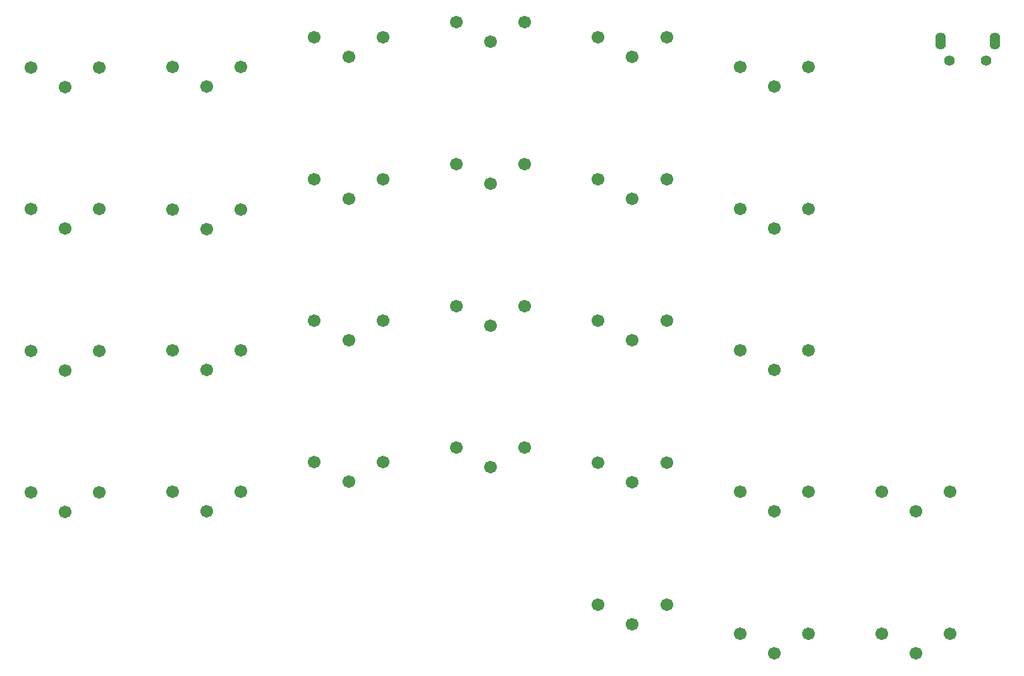
<source format=gbs>
G04 Layer: BottomSolderMaskLayer*
G04 EasyEDA v6.5.23, 2023-06-09 15:01:11*
G04 604b8d365768463b9eb07bbcea70d2b6,6219c82cfec74c238c9999bd11a2e976,10*
G04 Gerber Generator version 0.2*
G04 Scale: 100 percent, Rotated: No, Reflected: No *
G04 Dimensions in millimeters *
G04 leading zeros omitted , absolute positions ,4 integer and 5 decimal *
%FSLAX45Y45*%
%MOMM*%

%ADD10O,1.4015974000000002X2.3015956*%
%ADD11C,1.4016*%
%ADD12C,1.7016*%

%LPD*%
D10*
G01*
X12889915Y-1767916D03*
G01*
X13609904Y-1767916D03*
D11*
G01*
X13492403Y-2034920D03*
G01*
X13007416Y-2034920D03*
D12*
G01*
X1617243Y-2124532D03*
G01*
X1158239Y-2386533D03*
G01*
X699236Y-2124532D03*
G01*
X3517163Y-2119452D03*
G01*
X3058159Y-2381453D03*
G01*
X2599156Y-2119452D03*
G01*
X5417083Y-1723212D03*
G01*
X4958079Y-1985213D03*
G01*
X4499076Y-1723212D03*
G01*
X7317003Y-1520012D03*
G01*
X6858000Y-1782013D03*
G01*
X6398996Y-1520012D03*
G01*
X9216923Y-1723212D03*
G01*
X8757920Y-1985213D03*
G01*
X8298916Y-1723212D03*
G01*
X11116843Y-2119452D03*
G01*
X10657840Y-2381453D03*
G01*
X10198836Y-2119452D03*
G01*
X1617243Y-4024452D03*
G01*
X1158239Y-4286453D03*
G01*
X699236Y-4024452D03*
G01*
X3517163Y-4029532D03*
G01*
X3058159Y-4291533D03*
G01*
X2599156Y-4029532D03*
G01*
X5417083Y-3623132D03*
G01*
X4958079Y-3885133D03*
G01*
X4499076Y-3623132D03*
G01*
X7317003Y-3419932D03*
G01*
X6858000Y-3681933D03*
G01*
X6398996Y-3419932D03*
G01*
X9216923Y-3623132D03*
G01*
X8757920Y-3885133D03*
G01*
X8298916Y-3623132D03*
G01*
X11116843Y-4024452D03*
G01*
X10657840Y-4286453D03*
G01*
X10198836Y-4024452D03*
G01*
X1617243Y-5924372D03*
G01*
X1158239Y-6186373D03*
G01*
X699236Y-5924372D03*
G01*
X3517163Y-5919292D03*
G01*
X3058159Y-6181293D03*
G01*
X2599156Y-5919292D03*
G01*
X5417083Y-5523052D03*
G01*
X4958079Y-5785053D03*
G01*
X4499076Y-5523052D03*
G01*
X7317003Y-5324932D03*
G01*
X6858000Y-5586933D03*
G01*
X6398996Y-5324932D03*
G01*
X9216923Y-5523052D03*
G01*
X8757920Y-5785053D03*
G01*
X8298916Y-5523052D03*
G01*
X11116843Y-5919292D03*
G01*
X10657840Y-6181293D03*
G01*
X10198836Y-5919292D03*
G01*
X1617243Y-7824292D03*
G01*
X1158239Y-8086293D03*
G01*
X699236Y-7824292D03*
G01*
X3517163Y-7819212D03*
G01*
X3058159Y-8081213D03*
G01*
X2599156Y-7819212D03*
G01*
X5417083Y-7417892D03*
G01*
X4958079Y-7679893D03*
G01*
X4499076Y-7417892D03*
G01*
X7317003Y-7219772D03*
G01*
X6858000Y-7481773D03*
G01*
X6398996Y-7219772D03*
G01*
X9216923Y-7422972D03*
G01*
X8757920Y-7684973D03*
G01*
X8298916Y-7422972D03*
G01*
X11116843Y-7819212D03*
G01*
X10657840Y-8081213D03*
G01*
X10198836Y-7819212D03*
G01*
X13016763Y-7819212D03*
G01*
X12557759Y-8081213D03*
G01*
X12098756Y-7819212D03*
G01*
X13016763Y-9719132D03*
G01*
X12557759Y-9981133D03*
G01*
X12098756Y-9719132D03*
G01*
X11116843Y-9724212D03*
G01*
X10657840Y-9986213D03*
G01*
X10198836Y-9724212D03*
G01*
X9216923Y-9327972D03*
G01*
X8757920Y-9589973D03*
G01*
X8298916Y-9327972D03*
M02*

</source>
